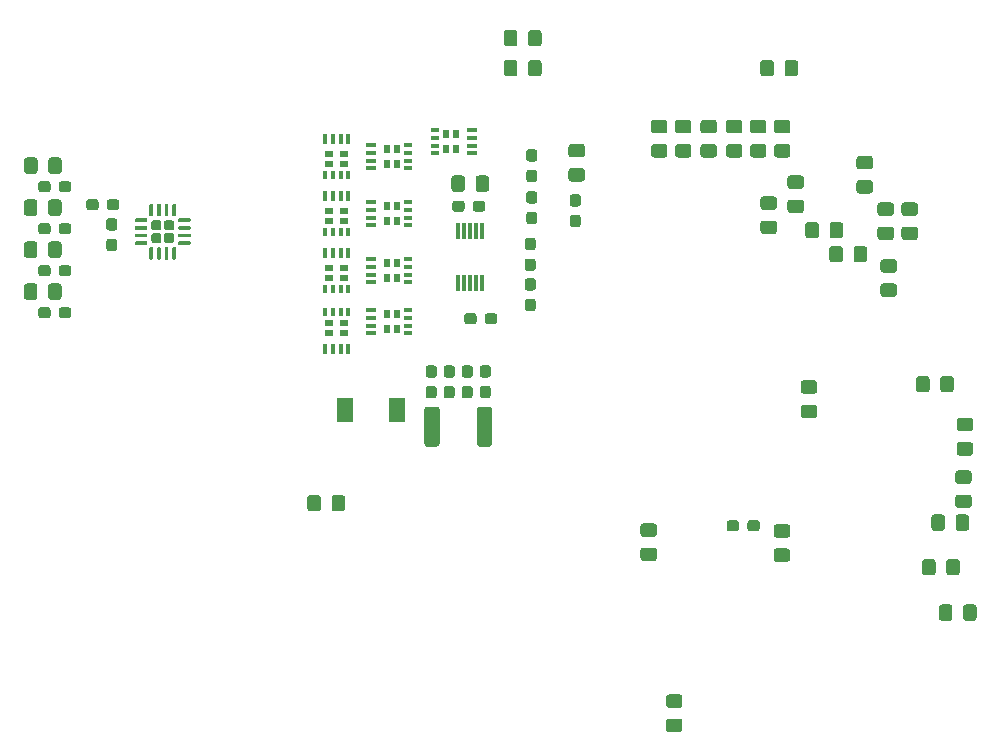
<source format=gbr>
%TF.GenerationSoftware,KiCad,Pcbnew,(5.1.12)-1*%
%TF.CreationDate,2022-03-31T08:37:18-05:00*%
%TF.ProjectId,PoE_Stepper_Driver,506f455f-5374-4657-9070-65725f447269,rev?*%
%TF.SameCoordinates,Original*%
%TF.FileFunction,Paste,Bot*%
%TF.FilePolarity,Positive*%
%FSLAX46Y46*%
G04 Gerber Fmt 4.6, Leading zero omitted, Abs format (unit mm)*
G04 Created by KiCad (PCBNEW (5.1.12)-1) date 2022-03-31 08:37:18*
%MOMM*%
%LPD*%
G01*
G04 APERTURE LIST*
%ADD10R,1.400000X2.100000*%
%ADD11R,0.300000X1.400000*%
%ADD12R,0.750000X0.300000*%
%ADD13R,0.830000X0.300000*%
%ADD14R,0.510000X0.635000*%
%ADD15R,0.635000X0.510000*%
%ADD16R,0.300000X0.830000*%
%ADD17R,0.300000X0.750000*%
G04 APERTURE END LIST*
%TO.C,R40*%
G36*
G01*
X174821000Y-109543001D02*
X174821000Y-108642999D01*
G75*
G02*
X175070999Y-108393000I249999J0D01*
G01*
X175721001Y-108393000D01*
G75*
G02*
X175971000Y-108642999I0J-249999D01*
G01*
X175971000Y-109543001D01*
G75*
G02*
X175721001Y-109793000I-249999J0D01*
G01*
X175070999Y-109793000D01*
G75*
G02*
X174821000Y-109543001I0J249999D01*
G01*
G37*
G36*
G01*
X172771000Y-109543001D02*
X172771000Y-108642999D01*
G75*
G02*
X173020999Y-108393000I249999J0D01*
G01*
X173671001Y-108393000D01*
G75*
G02*
X173921000Y-108642999I0J-249999D01*
G01*
X173921000Y-109543001D01*
G75*
G02*
X173671001Y-109793000I-249999J0D01*
G01*
X173020999Y-109793000D01*
G75*
G02*
X172771000Y-109543001I0J249999D01*
G01*
G37*
%TD*%
%TO.C,RT4*%
G36*
G01*
X99317000Y-79899500D02*
X99317000Y-80374500D01*
G75*
G02*
X99079500Y-80612000I-237500J0D01*
G01*
X98504500Y-80612000D01*
G75*
G02*
X98267000Y-80374500I0J237500D01*
G01*
X98267000Y-79899500D01*
G75*
G02*
X98504500Y-79662000I237500J0D01*
G01*
X99079500Y-79662000D01*
G75*
G02*
X99317000Y-79899500I0J-237500D01*
G01*
G37*
G36*
G01*
X97567000Y-79899500D02*
X97567000Y-80374500D01*
G75*
G02*
X97329500Y-80612000I-237500J0D01*
G01*
X96754500Y-80612000D01*
G75*
G02*
X96517000Y-80374500I0J237500D01*
G01*
X96517000Y-79899500D01*
G75*
G02*
X96754500Y-79662000I237500J0D01*
G01*
X97329500Y-79662000D01*
G75*
G02*
X97567000Y-79899500I0J-237500D01*
G01*
G37*
%TD*%
%TO.C,C5*%
G36*
G01*
X102505500Y-77439000D02*
X102980500Y-77439000D01*
G75*
G02*
X103218000Y-77676500I0J-237500D01*
G01*
X103218000Y-78251500D01*
G75*
G02*
X102980500Y-78489000I-237500J0D01*
G01*
X102505500Y-78489000D01*
G75*
G02*
X102268000Y-78251500I0J237500D01*
G01*
X102268000Y-77676500D01*
G75*
G02*
X102505500Y-77439000I237500J0D01*
G01*
G37*
G36*
G01*
X102505500Y-75689000D02*
X102980500Y-75689000D01*
G75*
G02*
X103218000Y-75926500I0J-237500D01*
G01*
X103218000Y-76501500D01*
G75*
G02*
X102980500Y-76739000I-237500J0D01*
G01*
X102505500Y-76739000D01*
G75*
G02*
X102268000Y-76501500I0J237500D01*
G01*
X102268000Y-75926500D01*
G75*
G02*
X102505500Y-75689000I237500J0D01*
G01*
G37*
%TD*%
%TO.C,C1*%
G36*
G01*
X138065500Y-73403000D02*
X138540500Y-73403000D01*
G75*
G02*
X138778000Y-73640500I0J-237500D01*
G01*
X138778000Y-74215500D01*
G75*
G02*
X138540500Y-74453000I-237500J0D01*
G01*
X138065500Y-74453000D01*
G75*
G02*
X137828000Y-74215500I0J237500D01*
G01*
X137828000Y-73640500D01*
G75*
G02*
X138065500Y-73403000I237500J0D01*
G01*
G37*
G36*
G01*
X138065500Y-75153000D02*
X138540500Y-75153000D01*
G75*
G02*
X138778000Y-75390500I0J-237500D01*
G01*
X138778000Y-75965500D01*
G75*
G02*
X138540500Y-76203000I-237500J0D01*
G01*
X138065500Y-76203000D01*
G75*
G02*
X137828000Y-75965500I0J237500D01*
G01*
X137828000Y-75390500D01*
G75*
G02*
X138065500Y-75153000I237500J0D01*
G01*
G37*
%TD*%
%TO.C,C3*%
G36*
G01*
X133555000Y-73221001D02*
X133555000Y-72320999D01*
G75*
G02*
X133804999Y-72071000I249999J0D01*
G01*
X134455001Y-72071000D01*
G75*
G02*
X134705000Y-72320999I0J-249999D01*
G01*
X134705000Y-73221001D01*
G75*
G02*
X134455001Y-73471000I-249999J0D01*
G01*
X133804999Y-73471000D01*
G75*
G02*
X133555000Y-73221001I0J249999D01*
G01*
G37*
G36*
G01*
X131505000Y-73221001D02*
X131505000Y-72320999D01*
G75*
G02*
X131754999Y-72071000I249999J0D01*
G01*
X132405001Y-72071000D01*
G75*
G02*
X132655000Y-72320999I0J-249999D01*
G01*
X132655000Y-73221001D01*
G75*
G02*
X132405001Y-73471000I-249999J0D01*
G01*
X131754999Y-73471000D01*
G75*
G02*
X131505000Y-73221001I0J249999D01*
G01*
G37*
%TD*%
%TO.C,C7*%
G36*
G01*
X159939117Y-102747967D02*
X159039115Y-102747967D01*
G75*
G02*
X158789116Y-102497968I0J249999D01*
G01*
X158789116Y-101847966D01*
G75*
G02*
X159039115Y-101597967I249999J0D01*
G01*
X159939117Y-101597967D01*
G75*
G02*
X160189116Y-101847966I0J-249999D01*
G01*
X160189116Y-102497968D01*
G75*
G02*
X159939117Y-102747967I-249999J0D01*
G01*
G37*
G36*
G01*
X159939117Y-104797967D02*
X159039115Y-104797967D01*
G75*
G02*
X158789116Y-104547968I0J249999D01*
G01*
X158789116Y-103897966D01*
G75*
G02*
X159039115Y-103647967I249999J0D01*
G01*
X159939117Y-103647967D01*
G75*
G02*
X160189116Y-103897966I0J-249999D01*
G01*
X160189116Y-104547968D01*
G75*
G02*
X159939117Y-104797967I-249999J0D01*
G01*
G37*
%TD*%
%TO.C,C14*%
G36*
G01*
X149917999Y-118052000D02*
X150818001Y-118052000D01*
G75*
G02*
X151068000Y-118301999I0J-249999D01*
G01*
X151068000Y-118952001D01*
G75*
G02*
X150818001Y-119202000I-249999J0D01*
G01*
X149917999Y-119202000D01*
G75*
G02*
X149668000Y-118952001I0J249999D01*
G01*
X149668000Y-118301999D01*
G75*
G02*
X149917999Y-118052000I249999J0D01*
G01*
G37*
G36*
G01*
X149917999Y-116002000D02*
X150818001Y-116002000D01*
G75*
G02*
X151068000Y-116251999I0J-249999D01*
G01*
X151068000Y-116902001D01*
G75*
G02*
X150818001Y-117152000I-249999J0D01*
G01*
X149917999Y-117152000D01*
G75*
G02*
X149668000Y-116902001I0J249999D01*
G01*
X149668000Y-116251999D01*
G75*
G02*
X149917999Y-116002000I249999J0D01*
G01*
G37*
%TD*%
%TO.C,C26*%
G36*
G01*
X161468000Y-77158001D02*
X161468000Y-76257999D01*
G75*
G02*
X161717999Y-76008000I249999J0D01*
G01*
X162368001Y-76008000D01*
G75*
G02*
X162618000Y-76257999I0J-249999D01*
G01*
X162618000Y-77158001D01*
G75*
G02*
X162368001Y-77408000I-249999J0D01*
G01*
X161717999Y-77408000D01*
G75*
G02*
X161468000Y-77158001I0J249999D01*
G01*
G37*
G36*
G01*
X163518000Y-77158001D02*
X163518000Y-76257999D01*
G75*
G02*
X163767999Y-76008000I249999J0D01*
G01*
X164418001Y-76008000D01*
G75*
G02*
X164668000Y-76257999I0J-249999D01*
G01*
X164668000Y-77158001D01*
G75*
G02*
X164418001Y-77408000I-249999J0D01*
G01*
X163767999Y-77408000D01*
G75*
G02*
X163518000Y-77158001I0J249999D01*
G01*
G37*
%TD*%
%TO.C,C27*%
G36*
G01*
X168725001Y-75496000D02*
X167824999Y-75496000D01*
G75*
G02*
X167575000Y-75246001I0J249999D01*
G01*
X167575000Y-74595999D01*
G75*
G02*
X167824999Y-74346000I249999J0D01*
G01*
X168725001Y-74346000D01*
G75*
G02*
X168975000Y-74595999I0J-249999D01*
G01*
X168975000Y-75246001D01*
G75*
G02*
X168725001Y-75496000I-249999J0D01*
G01*
G37*
G36*
G01*
X168725001Y-77546000D02*
X167824999Y-77546000D01*
G75*
G02*
X167575000Y-77296001I0J249999D01*
G01*
X167575000Y-76645999D01*
G75*
G02*
X167824999Y-76396000I249999J0D01*
G01*
X168725001Y-76396000D01*
G75*
G02*
X168975000Y-76645999I0J-249999D01*
G01*
X168975000Y-77296001D01*
G75*
G02*
X168725001Y-77546000I-249999J0D01*
G01*
G37*
%TD*%
%TO.C,C28*%
G36*
G01*
X160204999Y-72060000D02*
X161105001Y-72060000D01*
G75*
G02*
X161355000Y-72309999I0J-249999D01*
G01*
X161355000Y-72960001D01*
G75*
G02*
X161105001Y-73210000I-249999J0D01*
G01*
X160204999Y-73210000D01*
G75*
G02*
X159955000Y-72960001I0J249999D01*
G01*
X159955000Y-72309999D01*
G75*
G02*
X160204999Y-72060000I249999J0D01*
G01*
G37*
G36*
G01*
X160204999Y-74110000D02*
X161105001Y-74110000D01*
G75*
G02*
X161355000Y-74359999I0J-249999D01*
G01*
X161355000Y-75010001D01*
G75*
G02*
X161105001Y-75260000I-249999J0D01*
G01*
X160204999Y-75260000D01*
G75*
G02*
X159955000Y-75010001I0J249999D01*
G01*
X159955000Y-74359999D01*
G75*
G02*
X160204999Y-74110000I249999J0D01*
G01*
G37*
%TD*%
%TO.C,C30*%
G36*
G01*
X158819001Y-77038000D02*
X157918999Y-77038000D01*
G75*
G02*
X157669000Y-76788001I0J249999D01*
G01*
X157669000Y-76137999D01*
G75*
G02*
X157918999Y-75888000I249999J0D01*
G01*
X158819001Y-75888000D01*
G75*
G02*
X159069000Y-76137999I0J-249999D01*
G01*
X159069000Y-76788001D01*
G75*
G02*
X158819001Y-77038000I-249999J0D01*
G01*
G37*
G36*
G01*
X158819001Y-74988000D02*
X157918999Y-74988000D01*
G75*
G02*
X157669000Y-74738001I0J249999D01*
G01*
X157669000Y-74087999D01*
G75*
G02*
X157918999Y-73838000I249999J0D01*
G01*
X158819001Y-73838000D01*
G75*
G02*
X159069000Y-74087999I0J-249999D01*
G01*
X159069000Y-74738001D01*
G75*
G02*
X158819001Y-74988000I-249999J0D01*
G01*
G37*
%TD*%
%TO.C,C31*%
G36*
G01*
X166046999Y-70409000D02*
X166947001Y-70409000D01*
G75*
G02*
X167197000Y-70658999I0J-249999D01*
G01*
X167197000Y-71309001D01*
G75*
G02*
X166947001Y-71559000I-249999J0D01*
G01*
X166046999Y-71559000D01*
G75*
G02*
X165797000Y-71309001I0J249999D01*
G01*
X165797000Y-70658999D01*
G75*
G02*
X166046999Y-70409000I249999J0D01*
G01*
G37*
G36*
G01*
X166046999Y-72459000D02*
X166947001Y-72459000D01*
G75*
G02*
X167197000Y-72708999I0J-249999D01*
G01*
X167197000Y-73359001D01*
G75*
G02*
X166947001Y-73609000I-249999J0D01*
G01*
X166046999Y-73609000D01*
G75*
G02*
X165797000Y-73359001I0J249999D01*
G01*
X165797000Y-72708999D01*
G75*
G02*
X166046999Y-72459000I249999J0D01*
G01*
G37*
%TD*%
%TO.C,C32*%
G36*
G01*
X165550000Y-79190001D02*
X165550000Y-78289999D01*
G75*
G02*
X165799999Y-78040000I249999J0D01*
G01*
X166450001Y-78040000D01*
G75*
G02*
X166700000Y-78289999I0J-249999D01*
G01*
X166700000Y-79190001D01*
G75*
G02*
X166450001Y-79440000I-249999J0D01*
G01*
X165799999Y-79440000D01*
G75*
G02*
X165550000Y-79190001I0J249999D01*
G01*
G37*
G36*
G01*
X163500000Y-79190001D02*
X163500000Y-78289999D01*
G75*
G02*
X163749999Y-78040000I249999J0D01*
G01*
X164400001Y-78040000D01*
G75*
G02*
X164650000Y-78289999I0J-249999D01*
G01*
X164650000Y-79190001D01*
G75*
G02*
X164400001Y-79440000I-249999J0D01*
G01*
X163749999Y-79440000D01*
G75*
G02*
X163500000Y-79190001I0J249999D01*
G01*
G37*
%TD*%
%TO.C,C34*%
G36*
G01*
X161325114Y-91464966D02*
X162225116Y-91464966D01*
G75*
G02*
X162475115Y-91714965I0J-249999D01*
G01*
X162475115Y-92364967D01*
G75*
G02*
X162225116Y-92614966I-249999J0D01*
G01*
X161325114Y-92614966D01*
G75*
G02*
X161075115Y-92364967I0J249999D01*
G01*
X161075115Y-91714965D01*
G75*
G02*
X161325114Y-91464966I249999J0D01*
G01*
G37*
G36*
G01*
X161325114Y-89414966D02*
X162225116Y-89414966D01*
G75*
G02*
X162475115Y-89664965I0J-249999D01*
G01*
X162475115Y-90314967D01*
G75*
G02*
X162225116Y-90564966I-249999J0D01*
G01*
X161325114Y-90564966D01*
G75*
G02*
X161075115Y-90314967I0J249999D01*
G01*
X161075115Y-89664965D01*
G75*
G02*
X161325114Y-89414966I249999J0D01*
G01*
G37*
%TD*%
%TO.C,C35*%
G36*
G01*
X170843115Y-90194968D02*
X170843115Y-89294966D01*
G75*
G02*
X171093114Y-89044967I249999J0D01*
G01*
X171743116Y-89044967D01*
G75*
G02*
X171993115Y-89294966I0J-249999D01*
G01*
X171993115Y-90194968D01*
G75*
G02*
X171743116Y-90444967I-249999J0D01*
G01*
X171093114Y-90444967D01*
G75*
G02*
X170843115Y-90194968I0J249999D01*
G01*
G37*
G36*
G01*
X172893115Y-90194968D02*
X172893115Y-89294966D01*
G75*
G02*
X173143114Y-89044967I249999J0D01*
G01*
X173793116Y-89044967D01*
G75*
G02*
X174043115Y-89294966I0J-249999D01*
G01*
X174043115Y-90194968D01*
G75*
G02*
X173793116Y-90444967I-249999J0D01*
G01*
X173143114Y-90444967D01*
G75*
G02*
X172893115Y-90194968I0J249999D01*
G01*
G37*
%TD*%
%TO.C,C36*%
G36*
G01*
X175433117Y-95789967D02*
X174533115Y-95789967D01*
G75*
G02*
X174283116Y-95539968I0J249999D01*
G01*
X174283116Y-94889966D01*
G75*
G02*
X174533115Y-94639967I249999J0D01*
G01*
X175433117Y-94639967D01*
G75*
G02*
X175683116Y-94889966I0J-249999D01*
G01*
X175683116Y-95539968D01*
G75*
G02*
X175433117Y-95789967I-249999J0D01*
G01*
G37*
G36*
G01*
X175433117Y-93739967D02*
X174533115Y-93739967D01*
G75*
G02*
X174283116Y-93489968I0J249999D01*
G01*
X174283116Y-92839966D01*
G75*
G02*
X174533115Y-92589967I249999J0D01*
G01*
X175433117Y-92589967D01*
G75*
G02*
X175683116Y-92839966I0J-249999D01*
G01*
X175683116Y-93489968D01*
G75*
G02*
X175433117Y-93739967I-249999J0D01*
G01*
G37*
%TD*%
%TO.C,C37*%
G36*
G01*
X174406115Y-99084967D02*
X175306117Y-99084967D01*
G75*
G02*
X175556116Y-99334966I0J-249999D01*
G01*
X175556116Y-99984968D01*
G75*
G02*
X175306117Y-100234967I-249999J0D01*
G01*
X174406115Y-100234967D01*
G75*
G02*
X174156116Y-99984968I0J249999D01*
G01*
X174156116Y-99334966D01*
G75*
G02*
X174406115Y-99084967I249999J0D01*
G01*
G37*
G36*
G01*
X174406115Y-97034967D02*
X175306117Y-97034967D01*
G75*
G02*
X175556116Y-97284966I0J-249999D01*
G01*
X175556116Y-97934968D01*
G75*
G02*
X175306117Y-98184967I-249999J0D01*
G01*
X174406115Y-98184967D01*
G75*
G02*
X174156116Y-97934968I0J249999D01*
G01*
X174156116Y-97284966D01*
G75*
G02*
X174406115Y-97034967I249999J0D01*
G01*
G37*
%TD*%
%TO.C,C38*%
G36*
G01*
X174551116Y-104788966D02*
X174551116Y-105688968D01*
G75*
G02*
X174301117Y-105938967I-249999J0D01*
G01*
X173651115Y-105938967D01*
G75*
G02*
X173401116Y-105688968I0J249999D01*
G01*
X173401116Y-104788966D01*
G75*
G02*
X173651115Y-104538967I249999J0D01*
G01*
X174301117Y-104538967D01*
G75*
G02*
X174551116Y-104788966I0J-249999D01*
G01*
G37*
G36*
G01*
X172501116Y-104788966D02*
X172501116Y-105688968D01*
G75*
G02*
X172251117Y-105938967I-249999J0D01*
G01*
X171601115Y-105938967D01*
G75*
G02*
X171351116Y-105688968I0J249999D01*
G01*
X171351116Y-104788966D01*
G75*
G02*
X171601115Y-104538967I249999J0D01*
G01*
X172251117Y-104538967D01*
G75*
G02*
X172501116Y-104788966I0J-249999D01*
G01*
G37*
%TD*%
%TO.C,C39*%
G36*
G01*
X175336000Y-101022999D02*
X175336000Y-101923001D01*
G75*
G02*
X175086001Y-102173000I-249999J0D01*
G01*
X174435999Y-102173000D01*
G75*
G02*
X174186000Y-101923001I0J249999D01*
G01*
X174186000Y-101022999D01*
G75*
G02*
X174435999Y-100773000I249999J0D01*
G01*
X175086001Y-100773000D01*
G75*
G02*
X175336000Y-101022999I0J-249999D01*
G01*
G37*
G36*
G01*
X173286000Y-101022999D02*
X173286000Y-101923001D01*
G75*
G02*
X173036001Y-102173000I-249999J0D01*
G01*
X172385999Y-102173000D01*
G75*
G02*
X172136000Y-101923001I0J249999D01*
G01*
X172136000Y-101022999D01*
G75*
G02*
X172385999Y-100773000I249999J0D01*
G01*
X173036001Y-100773000D01*
G75*
G02*
X173286000Y-101022999I0J-249999D01*
G01*
G37*
%TD*%
%TO.C,CG2*%
G36*
G01*
X134955000Y-91894999D02*
X134955000Y-94795001D01*
G75*
G02*
X134705001Y-95045000I-249999J0D01*
G01*
X133904999Y-95045000D01*
G75*
G02*
X133655000Y-94795001I0J249999D01*
G01*
X133655000Y-91894999D01*
G75*
G02*
X133904999Y-91645000I249999J0D01*
G01*
X134705001Y-91645000D01*
G75*
G02*
X134955000Y-91894999I0J-249999D01*
G01*
G37*
G36*
G01*
X130505000Y-91894999D02*
X130505000Y-94795001D01*
G75*
G02*
X130255001Y-95045000I-249999J0D01*
G01*
X129454999Y-95045000D01*
G75*
G02*
X129205000Y-94795001I0J249999D01*
G01*
X129205000Y-91894999D01*
G75*
G02*
X129454999Y-91645000I249999J0D01*
G01*
X130255001Y-91645000D01*
G75*
G02*
X130505000Y-91894999I0J-249999D01*
G01*
G37*
%TD*%
%TO.C,CT1*%
G36*
G01*
X96460000Y-70796999D02*
X96460000Y-71697001D01*
G75*
G02*
X96210001Y-71947000I-249999J0D01*
G01*
X95559999Y-71947000D01*
G75*
G02*
X95310000Y-71697001I0J249999D01*
G01*
X95310000Y-70796999D01*
G75*
G02*
X95559999Y-70547000I249999J0D01*
G01*
X96210001Y-70547000D01*
G75*
G02*
X96460000Y-70796999I0J-249999D01*
G01*
G37*
G36*
G01*
X98510000Y-70796999D02*
X98510000Y-71697001D01*
G75*
G02*
X98260001Y-71947000I-249999J0D01*
G01*
X97609999Y-71947000D01*
G75*
G02*
X97360000Y-71697001I0J249999D01*
G01*
X97360000Y-70796999D01*
G75*
G02*
X97609999Y-70547000I249999J0D01*
G01*
X98260001Y-70547000D01*
G75*
G02*
X98510000Y-70796999I0J-249999D01*
G01*
G37*
%TD*%
%TO.C,CT2*%
G36*
G01*
X98501000Y-74352999D02*
X98501000Y-75253001D01*
G75*
G02*
X98251001Y-75503000I-249999J0D01*
G01*
X97600999Y-75503000D01*
G75*
G02*
X97351000Y-75253001I0J249999D01*
G01*
X97351000Y-74352999D01*
G75*
G02*
X97600999Y-74103000I249999J0D01*
G01*
X98251001Y-74103000D01*
G75*
G02*
X98501000Y-74352999I0J-249999D01*
G01*
G37*
G36*
G01*
X96451000Y-74352999D02*
X96451000Y-75253001D01*
G75*
G02*
X96201001Y-75503000I-249999J0D01*
G01*
X95550999Y-75503000D01*
G75*
G02*
X95301000Y-75253001I0J249999D01*
G01*
X95301000Y-74352999D01*
G75*
G02*
X95550999Y-74103000I249999J0D01*
G01*
X96201001Y-74103000D01*
G75*
G02*
X96451000Y-74352999I0J-249999D01*
G01*
G37*
%TD*%
%TO.C,CT3*%
G36*
G01*
X98501000Y-81464999D02*
X98501000Y-82365001D01*
G75*
G02*
X98251001Y-82615000I-249999J0D01*
G01*
X97600999Y-82615000D01*
G75*
G02*
X97351000Y-82365001I0J249999D01*
G01*
X97351000Y-81464999D01*
G75*
G02*
X97600999Y-81215000I249999J0D01*
G01*
X98251001Y-81215000D01*
G75*
G02*
X98501000Y-81464999I0J-249999D01*
G01*
G37*
G36*
G01*
X96451000Y-81464999D02*
X96451000Y-82365001D01*
G75*
G02*
X96201001Y-82615000I-249999J0D01*
G01*
X95550999Y-82615000D01*
G75*
G02*
X95301000Y-82365001I0J249999D01*
G01*
X95301000Y-81464999D01*
G75*
G02*
X95550999Y-81215000I249999J0D01*
G01*
X96201001Y-81215000D01*
G75*
G02*
X96451000Y-81464999I0J-249999D01*
G01*
G37*
%TD*%
%TO.C,CT4*%
G36*
G01*
X96451000Y-77908999D02*
X96451000Y-78809001D01*
G75*
G02*
X96201001Y-79059000I-249999J0D01*
G01*
X95550999Y-79059000D01*
G75*
G02*
X95301000Y-78809001I0J249999D01*
G01*
X95301000Y-77908999D01*
G75*
G02*
X95550999Y-77659000I249999J0D01*
G01*
X96201001Y-77659000D01*
G75*
G02*
X96451000Y-77908999I0J-249999D01*
G01*
G37*
G36*
G01*
X98501000Y-77908999D02*
X98501000Y-78809001D01*
G75*
G02*
X98251001Y-79059000I-249999J0D01*
G01*
X97600999Y-79059000D01*
G75*
G02*
X97351000Y-78809001I0J249999D01*
G01*
X97351000Y-77908999D01*
G75*
G02*
X97600999Y-77659000I249999J0D01*
G01*
X98251001Y-77659000D01*
G75*
G02*
X98501000Y-77908999I0J-249999D01*
G01*
G37*
%TD*%
D10*
%TO.C,D2*%
X122514000Y-91948000D03*
X126914000Y-91948000D03*
%TD*%
%TO.C,R4*%
G36*
G01*
X139141000Y-60001999D02*
X139141000Y-60902001D01*
G75*
G02*
X138891001Y-61152000I-249999J0D01*
G01*
X138240999Y-61152000D01*
G75*
G02*
X137991000Y-60902001I0J249999D01*
G01*
X137991000Y-60001999D01*
G75*
G02*
X138240999Y-59752000I249999J0D01*
G01*
X138891001Y-59752000D01*
G75*
G02*
X139141000Y-60001999I0J-249999D01*
G01*
G37*
G36*
G01*
X137091000Y-60001999D02*
X137091000Y-60902001D01*
G75*
G02*
X136841001Y-61152000I-249999J0D01*
G01*
X136190999Y-61152000D01*
G75*
G02*
X135941000Y-60902001I0J249999D01*
G01*
X135941000Y-60001999D01*
G75*
G02*
X136190999Y-59752000I249999J0D01*
G01*
X136841001Y-59752000D01*
G75*
G02*
X137091000Y-60001999I0J-249999D01*
G01*
G37*
%TD*%
%TO.C,R5*%
G36*
G01*
X137091000Y-62541999D02*
X137091000Y-63442001D01*
G75*
G02*
X136841001Y-63692000I-249999J0D01*
G01*
X136190999Y-63692000D01*
G75*
G02*
X135941000Y-63442001I0J249999D01*
G01*
X135941000Y-62541999D01*
G75*
G02*
X136190999Y-62292000I249999J0D01*
G01*
X136841001Y-62292000D01*
G75*
G02*
X137091000Y-62541999I0J-249999D01*
G01*
G37*
G36*
G01*
X139141000Y-62541999D02*
X139141000Y-63442001D01*
G75*
G02*
X138891001Y-63692000I-249999J0D01*
G01*
X138240999Y-63692000D01*
G75*
G02*
X137991000Y-63442001I0J249999D01*
G01*
X137991000Y-62541999D01*
G75*
G02*
X138240999Y-62292000I249999J0D01*
G01*
X138891001Y-62292000D01*
G75*
G02*
X139141000Y-62541999I0J-249999D01*
G01*
G37*
%TD*%
%TO.C,R6*%
G36*
G01*
X157658000Y-63442001D02*
X157658000Y-62541999D01*
G75*
G02*
X157907999Y-62292000I249999J0D01*
G01*
X158558001Y-62292000D01*
G75*
G02*
X158808000Y-62541999I0J-249999D01*
G01*
X158808000Y-63442001D01*
G75*
G02*
X158558001Y-63692000I-249999J0D01*
G01*
X157907999Y-63692000D01*
G75*
G02*
X157658000Y-63442001I0J249999D01*
G01*
G37*
G36*
G01*
X159708000Y-63442001D02*
X159708000Y-62541999D01*
G75*
G02*
X159957999Y-62292000I249999J0D01*
G01*
X160608001Y-62292000D01*
G75*
G02*
X160858000Y-62541999I0J-249999D01*
G01*
X160858000Y-63442001D01*
G75*
G02*
X160608001Y-63692000I-249999J0D01*
G01*
X159957999Y-63692000D01*
G75*
G02*
X159708000Y-63442001I0J249999D01*
G01*
G37*
%TD*%
%TO.C,R9*%
G36*
G01*
X138413500Y-81819000D02*
X137938500Y-81819000D01*
G75*
G02*
X137701000Y-81581500I0J237500D01*
G01*
X137701000Y-81006500D01*
G75*
G02*
X137938500Y-80769000I237500J0D01*
G01*
X138413500Y-80769000D01*
G75*
G02*
X138651000Y-81006500I0J-237500D01*
G01*
X138651000Y-81581500D01*
G75*
G02*
X138413500Y-81819000I-237500J0D01*
G01*
G37*
G36*
G01*
X138413500Y-83569000D02*
X137938500Y-83569000D01*
G75*
G02*
X137701000Y-83331500I0J237500D01*
G01*
X137701000Y-82756500D01*
G75*
G02*
X137938500Y-82519000I237500J0D01*
G01*
X138413500Y-82519000D01*
G75*
G02*
X138651000Y-82756500I0J-237500D01*
G01*
X138651000Y-83331500D01*
G75*
G02*
X138413500Y-83569000I-237500J0D01*
G01*
G37*
%TD*%
%TO.C,R10*%
G36*
G01*
X135385000Y-83963500D02*
X135385000Y-84438500D01*
G75*
G02*
X135147500Y-84676000I-237500J0D01*
G01*
X134572500Y-84676000D01*
G75*
G02*
X134335000Y-84438500I0J237500D01*
G01*
X134335000Y-83963500D01*
G75*
G02*
X134572500Y-83726000I237500J0D01*
G01*
X135147500Y-83726000D01*
G75*
G02*
X135385000Y-83963500I0J-237500D01*
G01*
G37*
G36*
G01*
X133635000Y-83963500D02*
X133635000Y-84438500D01*
G75*
G02*
X133397500Y-84676000I-237500J0D01*
G01*
X132822500Y-84676000D01*
G75*
G02*
X132585000Y-84438500I0J237500D01*
G01*
X132585000Y-83963500D01*
G75*
G02*
X132822500Y-83726000I237500J0D01*
G01*
X133397500Y-83726000D01*
G75*
G02*
X133635000Y-83963500I0J-237500D01*
G01*
G37*
%TD*%
%TO.C,R11*%
G36*
G01*
X138413500Y-78404000D02*
X137938500Y-78404000D01*
G75*
G02*
X137701000Y-78166500I0J237500D01*
G01*
X137701000Y-77591500D01*
G75*
G02*
X137938500Y-77354000I237500J0D01*
G01*
X138413500Y-77354000D01*
G75*
G02*
X138651000Y-77591500I0J-237500D01*
G01*
X138651000Y-78166500D01*
G75*
G02*
X138413500Y-78404000I-237500J0D01*
G01*
G37*
G36*
G01*
X138413500Y-80154000D02*
X137938500Y-80154000D01*
G75*
G02*
X137701000Y-79916500I0J237500D01*
G01*
X137701000Y-79341500D01*
G75*
G02*
X137938500Y-79104000I237500J0D01*
G01*
X138413500Y-79104000D01*
G75*
G02*
X138651000Y-79341500I0J-237500D01*
G01*
X138651000Y-79916500D01*
G75*
G02*
X138413500Y-80154000I-237500J0D01*
G01*
G37*
%TD*%
%TO.C,R12*%
G36*
G01*
X141662999Y-71443000D02*
X142563001Y-71443000D01*
G75*
G02*
X142813000Y-71692999I0J-249999D01*
G01*
X142813000Y-72343001D01*
G75*
G02*
X142563001Y-72593000I-249999J0D01*
G01*
X141662999Y-72593000D01*
G75*
G02*
X141413000Y-72343001I0J249999D01*
G01*
X141413000Y-71692999D01*
G75*
G02*
X141662999Y-71443000I249999J0D01*
G01*
G37*
G36*
G01*
X141662999Y-69393000D02*
X142563001Y-69393000D01*
G75*
G02*
X142813000Y-69642999I0J-249999D01*
G01*
X142813000Y-70293001D01*
G75*
G02*
X142563001Y-70543000I-249999J0D01*
G01*
X141662999Y-70543000D01*
G75*
G02*
X141413000Y-70293001I0J249999D01*
G01*
X141413000Y-69642999D01*
G75*
G02*
X141662999Y-69393000I249999J0D01*
G01*
G37*
%TD*%
%TO.C,R13*%
G36*
G01*
X138065500Y-69847000D02*
X138540500Y-69847000D01*
G75*
G02*
X138778000Y-70084500I0J-237500D01*
G01*
X138778000Y-70659500D01*
G75*
G02*
X138540500Y-70897000I-237500J0D01*
G01*
X138065500Y-70897000D01*
G75*
G02*
X137828000Y-70659500I0J237500D01*
G01*
X137828000Y-70084500D01*
G75*
G02*
X138065500Y-69847000I237500J0D01*
G01*
G37*
G36*
G01*
X138065500Y-71597000D02*
X138540500Y-71597000D01*
G75*
G02*
X138778000Y-71834500I0J-237500D01*
G01*
X138778000Y-72409500D01*
G75*
G02*
X138540500Y-72647000I-237500J0D01*
G01*
X138065500Y-72647000D01*
G75*
G02*
X137828000Y-72409500I0J237500D01*
G01*
X137828000Y-71834500D01*
G75*
G02*
X138065500Y-71597000I237500J0D01*
G01*
G37*
%TD*%
%TO.C,R14*%
G36*
G01*
X141748500Y-75407000D02*
X142223500Y-75407000D01*
G75*
G02*
X142461000Y-75644500I0J-237500D01*
G01*
X142461000Y-76219500D01*
G75*
G02*
X142223500Y-76457000I-237500J0D01*
G01*
X141748500Y-76457000D01*
G75*
G02*
X141511000Y-76219500I0J237500D01*
G01*
X141511000Y-75644500D01*
G75*
G02*
X141748500Y-75407000I237500J0D01*
G01*
G37*
G36*
G01*
X141748500Y-73657000D02*
X142223500Y-73657000D01*
G75*
G02*
X142461000Y-73894500I0J-237500D01*
G01*
X142461000Y-74469500D01*
G75*
G02*
X142223500Y-74707000I-237500J0D01*
G01*
X141748500Y-74707000D01*
G75*
G02*
X141511000Y-74469500I0J237500D01*
G01*
X141511000Y-73894500D01*
G75*
G02*
X141748500Y-73657000I237500J0D01*
G01*
G37*
%TD*%
%TO.C,R15*%
G36*
G01*
X134369000Y-74438500D02*
X134369000Y-74913500D01*
G75*
G02*
X134131500Y-75151000I-237500J0D01*
G01*
X133556500Y-75151000D01*
G75*
G02*
X133319000Y-74913500I0J237500D01*
G01*
X133319000Y-74438500D01*
G75*
G02*
X133556500Y-74201000I237500J0D01*
G01*
X134131500Y-74201000D01*
G75*
G02*
X134369000Y-74438500I0J-237500D01*
G01*
G37*
G36*
G01*
X132619000Y-74438500D02*
X132619000Y-74913500D01*
G75*
G02*
X132381500Y-75151000I-237500J0D01*
G01*
X131806500Y-75151000D01*
G75*
G02*
X131569000Y-74913500I0J237500D01*
G01*
X131569000Y-74438500D01*
G75*
G02*
X131806500Y-74201000I237500J0D01*
G01*
X132381500Y-74201000D01*
G75*
G02*
X132619000Y-74438500I0J-237500D01*
G01*
G37*
%TD*%
%TO.C,R18*%
G36*
G01*
X103381000Y-74311500D02*
X103381000Y-74786500D01*
G75*
G02*
X103143500Y-75024000I-237500J0D01*
G01*
X102568500Y-75024000D01*
G75*
G02*
X102331000Y-74786500I0J237500D01*
G01*
X102331000Y-74311500D01*
G75*
G02*
X102568500Y-74074000I237500J0D01*
G01*
X103143500Y-74074000D01*
G75*
G02*
X103381000Y-74311500I0J-237500D01*
G01*
G37*
G36*
G01*
X101631000Y-74311500D02*
X101631000Y-74786500D01*
G75*
G02*
X101393500Y-75024000I-237500J0D01*
G01*
X100818500Y-75024000D01*
G75*
G02*
X100581000Y-74786500I0J237500D01*
G01*
X100581000Y-74311500D01*
G75*
G02*
X100818500Y-74074000I237500J0D01*
G01*
X101393500Y-74074000D01*
G75*
G02*
X101631000Y-74311500I0J-237500D01*
G01*
G37*
%TD*%
%TO.C,RT1*%
G36*
G01*
X97567000Y-72787500D02*
X97567000Y-73262500D01*
G75*
G02*
X97329500Y-73500000I-237500J0D01*
G01*
X96754500Y-73500000D01*
G75*
G02*
X96517000Y-73262500I0J237500D01*
G01*
X96517000Y-72787500D01*
G75*
G02*
X96754500Y-72550000I237500J0D01*
G01*
X97329500Y-72550000D01*
G75*
G02*
X97567000Y-72787500I0J-237500D01*
G01*
G37*
G36*
G01*
X99317000Y-72787500D02*
X99317000Y-73262500D01*
G75*
G02*
X99079500Y-73500000I-237500J0D01*
G01*
X98504500Y-73500000D01*
G75*
G02*
X98267000Y-73262500I0J237500D01*
G01*
X98267000Y-72787500D01*
G75*
G02*
X98504500Y-72550000I237500J0D01*
G01*
X99079500Y-72550000D01*
G75*
G02*
X99317000Y-72787500I0J-237500D01*
G01*
G37*
%TD*%
%TO.C,RT2*%
G36*
G01*
X99317000Y-76343500D02*
X99317000Y-76818500D01*
G75*
G02*
X99079500Y-77056000I-237500J0D01*
G01*
X98504500Y-77056000D01*
G75*
G02*
X98267000Y-76818500I0J237500D01*
G01*
X98267000Y-76343500D01*
G75*
G02*
X98504500Y-76106000I237500J0D01*
G01*
X99079500Y-76106000D01*
G75*
G02*
X99317000Y-76343500I0J-237500D01*
G01*
G37*
G36*
G01*
X97567000Y-76343500D02*
X97567000Y-76818500D01*
G75*
G02*
X97329500Y-77056000I-237500J0D01*
G01*
X96754500Y-77056000D01*
G75*
G02*
X96517000Y-76818500I0J237500D01*
G01*
X96517000Y-76343500D01*
G75*
G02*
X96754500Y-76106000I237500J0D01*
G01*
X97329500Y-76106000D01*
G75*
G02*
X97567000Y-76343500I0J-237500D01*
G01*
G37*
%TD*%
%TO.C,RT3*%
G36*
G01*
X97567000Y-83455500D02*
X97567000Y-83930500D01*
G75*
G02*
X97329500Y-84168000I-237500J0D01*
G01*
X96754500Y-84168000D01*
G75*
G02*
X96517000Y-83930500I0J237500D01*
G01*
X96517000Y-83455500D01*
G75*
G02*
X96754500Y-83218000I237500J0D01*
G01*
X97329500Y-83218000D01*
G75*
G02*
X97567000Y-83455500I0J-237500D01*
G01*
G37*
G36*
G01*
X99317000Y-83455500D02*
X99317000Y-83930500D01*
G75*
G02*
X99079500Y-84168000I-237500J0D01*
G01*
X98504500Y-84168000D01*
G75*
G02*
X98267000Y-83930500I0J237500D01*
G01*
X98267000Y-83455500D01*
G75*
G02*
X98504500Y-83218000I237500J0D01*
G01*
X99079500Y-83218000D01*
G75*
G02*
X99317000Y-83455500I0J-237500D01*
G01*
G37*
%TD*%
%TO.C,RT5*%
G36*
G01*
X134128500Y-89885000D02*
X134603500Y-89885000D01*
G75*
G02*
X134841000Y-90122500I0J-237500D01*
G01*
X134841000Y-90697500D01*
G75*
G02*
X134603500Y-90935000I-237500J0D01*
G01*
X134128500Y-90935000D01*
G75*
G02*
X133891000Y-90697500I0J237500D01*
G01*
X133891000Y-90122500D01*
G75*
G02*
X134128500Y-89885000I237500J0D01*
G01*
G37*
G36*
G01*
X134128500Y-88135000D02*
X134603500Y-88135000D01*
G75*
G02*
X134841000Y-88372500I0J-237500D01*
G01*
X134841000Y-88947500D01*
G75*
G02*
X134603500Y-89185000I-237500J0D01*
G01*
X134128500Y-89185000D01*
G75*
G02*
X133891000Y-88947500I0J237500D01*
G01*
X133891000Y-88372500D01*
G75*
G02*
X134128500Y-88135000I237500J0D01*
G01*
G37*
%TD*%
%TO.C,RT6*%
G36*
G01*
X132604500Y-88149000D02*
X133079500Y-88149000D01*
G75*
G02*
X133317000Y-88386500I0J-237500D01*
G01*
X133317000Y-88961500D01*
G75*
G02*
X133079500Y-89199000I-237500J0D01*
G01*
X132604500Y-89199000D01*
G75*
G02*
X132367000Y-88961500I0J237500D01*
G01*
X132367000Y-88386500D01*
G75*
G02*
X132604500Y-88149000I237500J0D01*
G01*
G37*
G36*
G01*
X132604500Y-89899000D02*
X133079500Y-89899000D01*
G75*
G02*
X133317000Y-90136500I0J-237500D01*
G01*
X133317000Y-90711500D01*
G75*
G02*
X133079500Y-90949000I-237500J0D01*
G01*
X132604500Y-90949000D01*
G75*
G02*
X132367000Y-90711500I0J237500D01*
G01*
X132367000Y-90136500D01*
G75*
G02*
X132604500Y-89899000I237500J0D01*
G01*
G37*
%TD*%
%TO.C,RT7*%
G36*
G01*
X131080500Y-89899000D02*
X131555500Y-89899000D01*
G75*
G02*
X131793000Y-90136500I0J-237500D01*
G01*
X131793000Y-90711500D01*
G75*
G02*
X131555500Y-90949000I-237500J0D01*
G01*
X131080500Y-90949000D01*
G75*
G02*
X130843000Y-90711500I0J237500D01*
G01*
X130843000Y-90136500D01*
G75*
G02*
X131080500Y-89899000I237500J0D01*
G01*
G37*
G36*
G01*
X131080500Y-88149000D02*
X131555500Y-88149000D01*
G75*
G02*
X131793000Y-88386500I0J-237500D01*
G01*
X131793000Y-88961500D01*
G75*
G02*
X131555500Y-89199000I-237500J0D01*
G01*
X131080500Y-89199000D01*
G75*
G02*
X130843000Y-88961500I0J237500D01*
G01*
X130843000Y-88386500D01*
G75*
G02*
X131080500Y-88149000I237500J0D01*
G01*
G37*
%TD*%
%TO.C,RT8*%
G36*
G01*
X129556500Y-88149000D02*
X130031500Y-88149000D01*
G75*
G02*
X130269000Y-88386500I0J-237500D01*
G01*
X130269000Y-88961500D01*
G75*
G02*
X130031500Y-89199000I-237500J0D01*
G01*
X129556500Y-89199000D01*
G75*
G02*
X129319000Y-88961500I0J237500D01*
G01*
X129319000Y-88386500D01*
G75*
G02*
X129556500Y-88149000I237500J0D01*
G01*
G37*
G36*
G01*
X129556500Y-89899000D02*
X130031500Y-89899000D01*
G75*
G02*
X130269000Y-90136500I0J-237500D01*
G01*
X130269000Y-90711500D01*
G75*
G02*
X130031500Y-90949000I-237500J0D01*
G01*
X129556500Y-90949000D01*
G75*
G02*
X129319000Y-90711500I0J237500D01*
G01*
X129319000Y-90136500D01*
G75*
G02*
X129556500Y-89899000I237500J0D01*
G01*
G37*
%TD*%
%TO.C,U1*%
G36*
G01*
X108036000Y-76077500D02*
X108036000Y-76512500D01*
G75*
G02*
X107818500Y-76730000I-217500J0D01*
G01*
X107383500Y-76730000D01*
G75*
G02*
X107166000Y-76512500I0J217500D01*
G01*
X107166000Y-76077500D01*
G75*
G02*
X107383500Y-75860000I217500J0D01*
G01*
X107818500Y-75860000D01*
G75*
G02*
X108036000Y-76077500I0J-217500D01*
G01*
G37*
G36*
G01*
X108036000Y-77157500D02*
X108036000Y-77592500D01*
G75*
G02*
X107818500Y-77810000I-217500J0D01*
G01*
X107383500Y-77810000D01*
G75*
G02*
X107166000Y-77592500I0J217500D01*
G01*
X107166000Y-77157500D01*
G75*
G02*
X107383500Y-76940000I217500J0D01*
G01*
X107818500Y-76940000D01*
G75*
G02*
X108036000Y-77157500I0J-217500D01*
G01*
G37*
G36*
G01*
X106956000Y-76077500D02*
X106956000Y-76512500D01*
G75*
G02*
X106738500Y-76730000I-217500J0D01*
G01*
X106303500Y-76730000D01*
G75*
G02*
X106086000Y-76512500I0J217500D01*
G01*
X106086000Y-76077500D01*
G75*
G02*
X106303500Y-75860000I217500J0D01*
G01*
X106738500Y-75860000D01*
G75*
G02*
X106956000Y-76077500I0J-217500D01*
G01*
G37*
G36*
G01*
X106956000Y-77157500D02*
X106956000Y-77592500D01*
G75*
G02*
X106738500Y-77810000I-217500J0D01*
G01*
X106303500Y-77810000D01*
G75*
G02*
X106086000Y-77592500I0J217500D01*
G01*
X106086000Y-77157500D01*
G75*
G02*
X106303500Y-76940000I217500J0D01*
G01*
X106738500Y-76940000D01*
G75*
G02*
X106956000Y-77157500I0J-217500D01*
G01*
G37*
G36*
G01*
X109436000Y-75785000D02*
X109436000Y-75935000D01*
G75*
G02*
X109361000Y-76010000I-75000J0D01*
G01*
X108436000Y-76010000D01*
G75*
G02*
X108361000Y-75935000I0J75000D01*
G01*
X108361000Y-75785000D01*
G75*
G02*
X108436000Y-75710000I75000J0D01*
G01*
X109361000Y-75710000D01*
G75*
G02*
X109436000Y-75785000I0J-75000D01*
G01*
G37*
G36*
G01*
X109436000Y-76435000D02*
X109436000Y-76585000D01*
G75*
G02*
X109361000Y-76660000I-75000J0D01*
G01*
X108436000Y-76660000D01*
G75*
G02*
X108361000Y-76585000I0J75000D01*
G01*
X108361000Y-76435000D01*
G75*
G02*
X108436000Y-76360000I75000J0D01*
G01*
X109361000Y-76360000D01*
G75*
G02*
X109436000Y-76435000I0J-75000D01*
G01*
G37*
G36*
G01*
X109436000Y-77085000D02*
X109436000Y-77235000D01*
G75*
G02*
X109361000Y-77310000I-75000J0D01*
G01*
X108436000Y-77310000D01*
G75*
G02*
X108361000Y-77235000I0J75000D01*
G01*
X108361000Y-77085000D01*
G75*
G02*
X108436000Y-77010000I75000J0D01*
G01*
X109361000Y-77010000D01*
G75*
G02*
X109436000Y-77085000I0J-75000D01*
G01*
G37*
G36*
G01*
X109436000Y-77735000D02*
X109436000Y-77885000D01*
G75*
G02*
X109361000Y-77960000I-75000J0D01*
G01*
X108436000Y-77960000D01*
G75*
G02*
X108361000Y-77885000I0J75000D01*
G01*
X108361000Y-77735000D01*
G75*
G02*
X108436000Y-77660000I75000J0D01*
G01*
X109361000Y-77660000D01*
G75*
G02*
X109436000Y-77735000I0J-75000D01*
G01*
G37*
G36*
G01*
X108186000Y-78210000D02*
X108186000Y-79135000D01*
G75*
G02*
X108111000Y-79210000I-75000J0D01*
G01*
X107961000Y-79210000D01*
G75*
G02*
X107886000Y-79135000I0J75000D01*
G01*
X107886000Y-78210000D01*
G75*
G02*
X107961000Y-78135000I75000J0D01*
G01*
X108111000Y-78135000D01*
G75*
G02*
X108186000Y-78210000I0J-75000D01*
G01*
G37*
G36*
G01*
X107536000Y-78210000D02*
X107536000Y-79135000D01*
G75*
G02*
X107461000Y-79210000I-75000J0D01*
G01*
X107311000Y-79210000D01*
G75*
G02*
X107236000Y-79135000I0J75000D01*
G01*
X107236000Y-78210000D01*
G75*
G02*
X107311000Y-78135000I75000J0D01*
G01*
X107461000Y-78135000D01*
G75*
G02*
X107536000Y-78210000I0J-75000D01*
G01*
G37*
G36*
G01*
X106886000Y-78210000D02*
X106886000Y-79135000D01*
G75*
G02*
X106811000Y-79210000I-75000J0D01*
G01*
X106661000Y-79210000D01*
G75*
G02*
X106586000Y-79135000I0J75000D01*
G01*
X106586000Y-78210000D01*
G75*
G02*
X106661000Y-78135000I75000J0D01*
G01*
X106811000Y-78135000D01*
G75*
G02*
X106886000Y-78210000I0J-75000D01*
G01*
G37*
G36*
G01*
X106236000Y-78210000D02*
X106236000Y-79135000D01*
G75*
G02*
X106161000Y-79210000I-75000J0D01*
G01*
X106011000Y-79210000D01*
G75*
G02*
X105936000Y-79135000I0J75000D01*
G01*
X105936000Y-78210000D01*
G75*
G02*
X106011000Y-78135000I75000J0D01*
G01*
X106161000Y-78135000D01*
G75*
G02*
X106236000Y-78210000I0J-75000D01*
G01*
G37*
G36*
G01*
X105761000Y-77735000D02*
X105761000Y-77885000D01*
G75*
G02*
X105686000Y-77960000I-75000J0D01*
G01*
X104761000Y-77960000D01*
G75*
G02*
X104686000Y-77885000I0J75000D01*
G01*
X104686000Y-77735000D01*
G75*
G02*
X104761000Y-77660000I75000J0D01*
G01*
X105686000Y-77660000D01*
G75*
G02*
X105761000Y-77735000I0J-75000D01*
G01*
G37*
G36*
G01*
X105761000Y-77085000D02*
X105761000Y-77235000D01*
G75*
G02*
X105686000Y-77310000I-75000J0D01*
G01*
X104761000Y-77310000D01*
G75*
G02*
X104686000Y-77235000I0J75000D01*
G01*
X104686000Y-77085000D01*
G75*
G02*
X104761000Y-77010000I75000J0D01*
G01*
X105686000Y-77010000D01*
G75*
G02*
X105761000Y-77085000I0J-75000D01*
G01*
G37*
G36*
G01*
X105761000Y-76435000D02*
X105761000Y-76585000D01*
G75*
G02*
X105686000Y-76660000I-75000J0D01*
G01*
X104761000Y-76660000D01*
G75*
G02*
X104686000Y-76585000I0J75000D01*
G01*
X104686000Y-76435000D01*
G75*
G02*
X104761000Y-76360000I75000J0D01*
G01*
X105686000Y-76360000D01*
G75*
G02*
X105761000Y-76435000I0J-75000D01*
G01*
G37*
G36*
G01*
X105761000Y-75785000D02*
X105761000Y-75935000D01*
G75*
G02*
X105686000Y-76010000I-75000J0D01*
G01*
X104761000Y-76010000D01*
G75*
G02*
X104686000Y-75935000I0J75000D01*
G01*
X104686000Y-75785000D01*
G75*
G02*
X104761000Y-75710000I75000J0D01*
G01*
X105686000Y-75710000D01*
G75*
G02*
X105761000Y-75785000I0J-75000D01*
G01*
G37*
G36*
G01*
X106236000Y-74535000D02*
X106236000Y-75460000D01*
G75*
G02*
X106161000Y-75535000I-75000J0D01*
G01*
X106011000Y-75535000D01*
G75*
G02*
X105936000Y-75460000I0J75000D01*
G01*
X105936000Y-74535000D01*
G75*
G02*
X106011000Y-74460000I75000J0D01*
G01*
X106161000Y-74460000D01*
G75*
G02*
X106236000Y-74535000I0J-75000D01*
G01*
G37*
G36*
G01*
X106886000Y-74535000D02*
X106886000Y-75460000D01*
G75*
G02*
X106811000Y-75535000I-75000J0D01*
G01*
X106661000Y-75535000D01*
G75*
G02*
X106586000Y-75460000I0J75000D01*
G01*
X106586000Y-74535000D01*
G75*
G02*
X106661000Y-74460000I75000J0D01*
G01*
X106811000Y-74460000D01*
G75*
G02*
X106886000Y-74535000I0J-75000D01*
G01*
G37*
G36*
G01*
X107536000Y-74535000D02*
X107536000Y-75460000D01*
G75*
G02*
X107461000Y-75535000I-75000J0D01*
G01*
X107311000Y-75535000D01*
G75*
G02*
X107236000Y-75460000I0J75000D01*
G01*
X107236000Y-74535000D01*
G75*
G02*
X107311000Y-74460000I75000J0D01*
G01*
X107461000Y-74460000D01*
G75*
G02*
X107536000Y-74535000I0J-75000D01*
G01*
G37*
G36*
G01*
X108186000Y-74535000D02*
X108186000Y-75460000D01*
G75*
G02*
X108111000Y-75535000I-75000J0D01*
G01*
X107961000Y-75535000D01*
G75*
G02*
X107886000Y-75460000I0J75000D01*
G01*
X107886000Y-74535000D01*
G75*
G02*
X107961000Y-74460000I75000J0D01*
G01*
X108111000Y-74460000D01*
G75*
G02*
X108186000Y-74535000I0J-75000D01*
G01*
G37*
%TD*%
D11*
%TO.C,U2*%
X134096000Y-81194000D03*
X133596000Y-81194000D03*
X133096000Y-81194000D03*
X132596000Y-81194000D03*
X132096000Y-81194000D03*
X132096000Y-76794000D03*
X132596000Y-76794000D03*
X133096000Y-76794000D03*
X133596000Y-76794000D03*
X134096000Y-76794000D03*
%TD*%
D12*
%TO.C,Q1*%
X130124000Y-70190000D03*
X130124000Y-69540000D03*
X130124000Y-68890000D03*
X130124000Y-68240000D03*
D13*
X133234000Y-68240000D03*
X133234000Y-68890000D03*
X133234000Y-69540000D03*
X133234000Y-70190000D03*
D14*
X131054000Y-69841000D03*
X131914000Y-69841000D03*
X131054000Y-68589000D03*
X131914000Y-68589000D03*
%TD*%
%TO.C,Q3*%
X126023000Y-80763000D03*
X126883000Y-80763000D03*
X126023000Y-79511000D03*
X126883000Y-79511000D03*
D13*
X124703000Y-79162000D03*
X124703000Y-79812000D03*
X124703000Y-80462000D03*
X124703000Y-81112000D03*
D12*
X127813000Y-81112000D03*
X127813000Y-80462000D03*
X127813000Y-79812000D03*
X127813000Y-79162000D03*
%TD*%
D15*
%TO.C,Q4*%
X121167000Y-79922000D03*
X121167000Y-80782000D03*
X122419000Y-79922000D03*
X122419000Y-80782000D03*
D16*
X122768000Y-78602000D03*
X122118000Y-78602000D03*
X121468000Y-78602000D03*
X120818000Y-78602000D03*
D17*
X120818000Y-81712000D03*
X121468000Y-81712000D03*
X122118000Y-81712000D03*
X122768000Y-81712000D03*
%TD*%
D12*
%TO.C,Q5*%
X127813000Y-74336000D03*
X127813000Y-74986000D03*
X127813000Y-75636000D03*
X127813000Y-76286000D03*
D13*
X124703000Y-76286000D03*
X124703000Y-75636000D03*
X124703000Y-74986000D03*
X124703000Y-74336000D03*
D14*
X126883000Y-74685000D03*
X126023000Y-74685000D03*
X126883000Y-75937000D03*
X126023000Y-75937000D03*
%TD*%
D17*
%TO.C,Q6*%
X122768000Y-76886000D03*
X122118000Y-76886000D03*
X121468000Y-76886000D03*
X120818000Y-76886000D03*
D16*
X120818000Y-73776000D03*
X121468000Y-73776000D03*
X122118000Y-73776000D03*
X122768000Y-73776000D03*
D15*
X122419000Y-75956000D03*
X122419000Y-75096000D03*
X121167000Y-75956000D03*
X121167000Y-75096000D03*
%TD*%
D14*
%TO.C,Q7*%
X126023000Y-71111000D03*
X126883000Y-71111000D03*
X126023000Y-69859000D03*
X126883000Y-69859000D03*
D13*
X124703000Y-69510000D03*
X124703000Y-70160000D03*
X124703000Y-70810000D03*
X124703000Y-71460000D03*
D12*
X127813000Y-71460000D03*
X127813000Y-70810000D03*
X127813000Y-70160000D03*
X127813000Y-69510000D03*
%TD*%
D15*
%TO.C,Q8*%
X121167000Y-70270000D03*
X121167000Y-71130000D03*
X122419000Y-70270000D03*
X122419000Y-71130000D03*
D16*
X122768000Y-68950000D03*
X122118000Y-68950000D03*
X121468000Y-68950000D03*
X120818000Y-68950000D03*
D17*
X120818000Y-72060000D03*
X121468000Y-72060000D03*
X122118000Y-72060000D03*
X122768000Y-72060000D03*
%TD*%
D12*
%TO.C,Q9*%
X127813000Y-83480000D03*
X127813000Y-84130000D03*
X127813000Y-84780000D03*
X127813000Y-85430000D03*
D13*
X124703000Y-85430000D03*
X124703000Y-84780000D03*
X124703000Y-84130000D03*
X124703000Y-83480000D03*
D14*
X126883000Y-83829000D03*
X126023000Y-83829000D03*
X126883000Y-85081000D03*
X126023000Y-85081000D03*
%TD*%
D15*
%TO.C,Q10*%
X122419000Y-85432000D03*
X122419000Y-84572000D03*
X121167000Y-85432000D03*
X121167000Y-84572000D03*
D16*
X120818000Y-86752000D03*
X121468000Y-86752000D03*
X122118000Y-86752000D03*
X122768000Y-86752000D03*
D17*
X122768000Y-83642000D03*
X122118000Y-83642000D03*
X121468000Y-83642000D03*
X120818000Y-83642000D03*
%TD*%
%TO.C,C23*%
G36*
G01*
X121354000Y-100272001D02*
X121354000Y-99371999D01*
G75*
G02*
X121603999Y-99122000I249999J0D01*
G01*
X122254001Y-99122000D01*
G75*
G02*
X122504000Y-99371999I0J-249999D01*
G01*
X122504000Y-100272001D01*
G75*
G02*
X122254001Y-100522000I-249999J0D01*
G01*
X121603999Y-100522000D01*
G75*
G02*
X121354000Y-100272001I0J249999D01*
G01*
G37*
G36*
G01*
X119304000Y-100272001D02*
X119304000Y-99371999D01*
G75*
G02*
X119553999Y-99122000I249999J0D01*
G01*
X120204001Y-99122000D01*
G75*
G02*
X120454000Y-99371999I0J-249999D01*
G01*
X120454000Y-100272001D01*
G75*
G02*
X120204001Y-100522000I-249999J0D01*
G01*
X119553999Y-100522000D01*
G75*
G02*
X119304000Y-100272001I0J249999D01*
G01*
G37*
%TD*%
%TO.C,C24*%
G36*
G01*
X159061999Y-67361000D02*
X159962001Y-67361000D01*
G75*
G02*
X160212000Y-67610999I0J-249999D01*
G01*
X160212000Y-68261001D01*
G75*
G02*
X159962001Y-68511000I-249999J0D01*
G01*
X159061999Y-68511000D01*
G75*
G02*
X158812000Y-68261001I0J249999D01*
G01*
X158812000Y-67610999D01*
G75*
G02*
X159061999Y-67361000I249999J0D01*
G01*
G37*
G36*
G01*
X159061999Y-69411000D02*
X159962001Y-69411000D01*
G75*
G02*
X160212000Y-69660999I0J-249999D01*
G01*
X160212000Y-70311001D01*
G75*
G02*
X159962001Y-70561000I-249999J0D01*
G01*
X159061999Y-70561000D01*
G75*
G02*
X158812000Y-70311001I0J249999D01*
G01*
X158812000Y-69660999D01*
G75*
G02*
X159061999Y-69411000I249999J0D01*
G01*
G37*
%TD*%
%TO.C,C25*%
G36*
G01*
X152838999Y-69411000D02*
X153739001Y-69411000D01*
G75*
G02*
X153989000Y-69660999I0J-249999D01*
G01*
X153989000Y-70311001D01*
G75*
G02*
X153739001Y-70561000I-249999J0D01*
G01*
X152838999Y-70561000D01*
G75*
G02*
X152589000Y-70311001I0J249999D01*
G01*
X152589000Y-69660999D01*
G75*
G02*
X152838999Y-69411000I249999J0D01*
G01*
G37*
G36*
G01*
X152838999Y-67361000D02*
X153739001Y-67361000D01*
G75*
G02*
X153989000Y-67610999I0J-249999D01*
G01*
X153989000Y-68261001D01*
G75*
G02*
X153739001Y-68511000I-249999J0D01*
G01*
X152838999Y-68511000D01*
G75*
G02*
X152589000Y-68261001I0J249999D01*
G01*
X152589000Y-67610999D01*
G75*
G02*
X152838999Y-67361000I249999J0D01*
G01*
G37*
%TD*%
%TO.C,C29*%
G36*
G01*
X170757001Y-75496000D02*
X169856999Y-75496000D01*
G75*
G02*
X169607000Y-75246001I0J249999D01*
G01*
X169607000Y-74595999D01*
G75*
G02*
X169856999Y-74346000I249999J0D01*
G01*
X170757001Y-74346000D01*
G75*
G02*
X171007000Y-74595999I0J-249999D01*
G01*
X171007000Y-75246001D01*
G75*
G02*
X170757001Y-75496000I-249999J0D01*
G01*
G37*
G36*
G01*
X170757001Y-77546000D02*
X169856999Y-77546000D01*
G75*
G02*
X169607000Y-77296001I0J249999D01*
G01*
X169607000Y-76645999D01*
G75*
G02*
X169856999Y-76396000I249999J0D01*
G01*
X170757001Y-76396000D01*
G75*
G02*
X171007000Y-76645999I0J-249999D01*
G01*
X171007000Y-77296001D01*
G75*
G02*
X170757001Y-77546000I-249999J0D01*
G01*
G37*
%TD*%
%TO.C,C33*%
G36*
G01*
X168979001Y-80313000D02*
X168078999Y-80313000D01*
G75*
G02*
X167829000Y-80063001I0J249999D01*
G01*
X167829000Y-79412999D01*
G75*
G02*
X168078999Y-79163000I249999J0D01*
G01*
X168979001Y-79163000D01*
G75*
G02*
X169229000Y-79412999I0J-249999D01*
G01*
X169229000Y-80063001D01*
G75*
G02*
X168979001Y-80313000I-249999J0D01*
G01*
G37*
G36*
G01*
X168979001Y-82363000D02*
X168078999Y-82363000D01*
G75*
G02*
X167829000Y-82113001I0J249999D01*
G01*
X167829000Y-81462999D01*
G75*
G02*
X168078999Y-81213000I249999J0D01*
G01*
X168979001Y-81213000D01*
G75*
G02*
X169229000Y-81462999I0J-249999D01*
G01*
X169229000Y-82113001D01*
G75*
G02*
X168979001Y-82363000I-249999J0D01*
G01*
G37*
%TD*%
%TO.C,R21*%
G36*
G01*
X150679999Y-67361000D02*
X151580001Y-67361000D01*
G75*
G02*
X151830000Y-67610999I0J-249999D01*
G01*
X151830000Y-68261001D01*
G75*
G02*
X151580001Y-68511000I-249999J0D01*
G01*
X150679999Y-68511000D01*
G75*
G02*
X150430000Y-68261001I0J249999D01*
G01*
X150430000Y-67610999D01*
G75*
G02*
X150679999Y-67361000I249999J0D01*
G01*
G37*
G36*
G01*
X150679999Y-69411000D02*
X151580001Y-69411000D01*
G75*
G02*
X151830000Y-69660999I0J-249999D01*
G01*
X151830000Y-70311001D01*
G75*
G02*
X151580001Y-70561000I-249999J0D01*
G01*
X150679999Y-70561000D01*
G75*
G02*
X150430000Y-70311001I0J249999D01*
G01*
X150430000Y-69660999D01*
G75*
G02*
X150679999Y-69411000I249999J0D01*
G01*
G37*
%TD*%
%TO.C,R22*%
G36*
G01*
X157029999Y-69411000D02*
X157930001Y-69411000D01*
G75*
G02*
X158180000Y-69660999I0J-249999D01*
G01*
X158180000Y-70311001D01*
G75*
G02*
X157930001Y-70561000I-249999J0D01*
G01*
X157029999Y-70561000D01*
G75*
G02*
X156780000Y-70311001I0J249999D01*
G01*
X156780000Y-69660999D01*
G75*
G02*
X157029999Y-69411000I249999J0D01*
G01*
G37*
G36*
G01*
X157029999Y-67361000D02*
X157930001Y-67361000D01*
G75*
G02*
X158180000Y-67610999I0J-249999D01*
G01*
X158180000Y-68261001D01*
G75*
G02*
X157930001Y-68511000I-249999J0D01*
G01*
X157029999Y-68511000D01*
G75*
G02*
X156780000Y-68261001I0J249999D01*
G01*
X156780000Y-67610999D01*
G75*
G02*
X157029999Y-67361000I249999J0D01*
G01*
G37*
%TD*%
%TO.C,R33*%
G36*
G01*
X148647999Y-67361000D02*
X149548001Y-67361000D01*
G75*
G02*
X149798000Y-67610999I0J-249999D01*
G01*
X149798000Y-68261001D01*
G75*
G02*
X149548001Y-68511000I-249999J0D01*
G01*
X148647999Y-68511000D01*
G75*
G02*
X148398000Y-68261001I0J249999D01*
G01*
X148398000Y-67610999D01*
G75*
G02*
X148647999Y-67361000I249999J0D01*
G01*
G37*
G36*
G01*
X148647999Y-69411000D02*
X149548001Y-69411000D01*
G75*
G02*
X149798000Y-69660999I0J-249999D01*
G01*
X149798000Y-70311001D01*
G75*
G02*
X149548001Y-70561000I-249999J0D01*
G01*
X148647999Y-70561000D01*
G75*
G02*
X148398000Y-70311001I0J249999D01*
G01*
X148398000Y-69660999D01*
G75*
G02*
X148647999Y-69411000I249999J0D01*
G01*
G37*
%TD*%
%TO.C,R34*%
G36*
G01*
X154997999Y-67361000D02*
X155898001Y-67361000D01*
G75*
G02*
X156148000Y-67610999I0J-249999D01*
G01*
X156148000Y-68261001D01*
G75*
G02*
X155898001Y-68511000I-249999J0D01*
G01*
X154997999Y-68511000D01*
G75*
G02*
X154748000Y-68261001I0J249999D01*
G01*
X154748000Y-67610999D01*
G75*
G02*
X154997999Y-67361000I249999J0D01*
G01*
G37*
G36*
G01*
X154997999Y-69411000D02*
X155898001Y-69411000D01*
G75*
G02*
X156148000Y-69660999I0J-249999D01*
G01*
X156148000Y-70311001D01*
G75*
G02*
X155898001Y-70561000I-249999J0D01*
G01*
X154997999Y-70561000D01*
G75*
G02*
X154748000Y-70311001I0J249999D01*
G01*
X154748000Y-69660999D01*
G75*
G02*
X154997999Y-69411000I249999J0D01*
G01*
G37*
%TD*%
%TO.C,C42*%
G36*
G01*
X147758999Y-103574000D02*
X148659001Y-103574000D01*
G75*
G02*
X148909000Y-103823999I0J-249999D01*
G01*
X148909000Y-104474001D01*
G75*
G02*
X148659001Y-104724000I-249999J0D01*
G01*
X147758999Y-104724000D01*
G75*
G02*
X147509000Y-104474001I0J249999D01*
G01*
X147509000Y-103823999D01*
G75*
G02*
X147758999Y-103574000I249999J0D01*
G01*
G37*
G36*
G01*
X147758999Y-101524000D02*
X148659001Y-101524000D01*
G75*
G02*
X148909000Y-101773999I0J-249999D01*
G01*
X148909000Y-102424001D01*
G75*
G02*
X148659001Y-102674000I-249999J0D01*
G01*
X147758999Y-102674000D01*
G75*
G02*
X147509000Y-102424001I0J249999D01*
G01*
X147509000Y-101773999D01*
G75*
G02*
X147758999Y-101524000I249999J0D01*
G01*
G37*
%TD*%
%TO.C,C43*%
G36*
G01*
X155860000Y-101489500D02*
X155860000Y-101964500D01*
G75*
G02*
X155622500Y-102202000I-237500J0D01*
G01*
X155047500Y-102202000D01*
G75*
G02*
X154810000Y-101964500I0J237500D01*
G01*
X154810000Y-101489500D01*
G75*
G02*
X155047500Y-101252000I237500J0D01*
G01*
X155622500Y-101252000D01*
G75*
G02*
X155860000Y-101489500I0J-237500D01*
G01*
G37*
G36*
G01*
X157610000Y-101489500D02*
X157610000Y-101964500D01*
G75*
G02*
X157372500Y-102202000I-237500J0D01*
G01*
X156797500Y-102202000D01*
G75*
G02*
X156560000Y-101964500I0J237500D01*
G01*
X156560000Y-101489500D01*
G75*
G02*
X156797500Y-101252000I237500J0D01*
G01*
X157372500Y-101252000D01*
G75*
G02*
X157610000Y-101489500I0J-237500D01*
G01*
G37*
%TD*%
M02*

</source>
